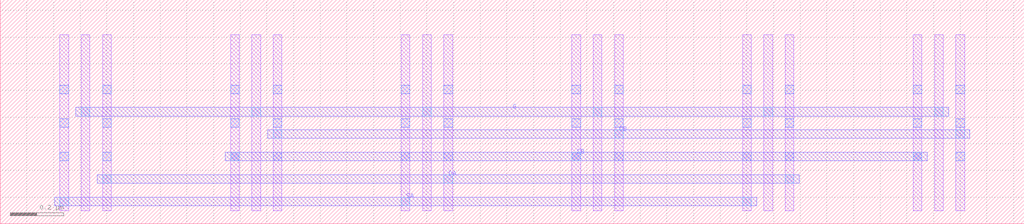
<source format=lef>
MACRO CMC_NMOS_n12_X3_Y1
  ORIGIN 0 0 ;
  FOREIGN CMC_NMOS_n12_X3_Y1 0 0 ;
  SIZE 3.8400 BY 0.8400 ;
  PIN SA
    DIRECTION INOUT ;
    USE SIGNAL ;
    PORT
      LAYER M2 ;
        RECT 0.2040 0.0680 2.8360 0.1000 ;
    END
  END SA
  PIN DA
    DIRECTION INOUT ;
    USE SIGNAL ;
    PORT
      LAYER M2 ;
        RECT 0.3640 0.1520 2.9960 0.1840 ;
    END
  END DA
  PIN SB
    DIRECTION INOUT ;
    USE SIGNAL ;
    PORT
      LAYER M2 ;
        RECT 0.8440 0.2360 3.4760 0.2680 ;
    END
  END SB
  PIN DB
    DIRECTION INOUT ;
    USE SIGNAL ;
    PORT
      LAYER M2 ;
        RECT 1.0040 0.3200 3.6360 0.3520 ;
    END
  END DB
  PIN G
    DIRECTION INOUT ;
    USE SIGNAL ;
    PORT
      LAYER M2 ;
        RECT 0.2840 0.4040 3.5560 0.4360 ;
    END
  END G
  OBS
    LAYER M1 ;
      RECT 0.3040 0.0480 0.3360 0.7080 ;
    LAYER M1 ;
      RECT 1.5840 0.0480 1.6160 0.7080 ;
    LAYER M1 ;
      RECT 2.8640 0.0480 2.8960 0.7080 ;
    LAYER M1 ;
      RECT 0.9440 0.0480 0.9760 0.7080 ;
    LAYER M1 ;
      RECT 2.2240 0.0480 2.2560 0.7080 ;
    LAYER M1 ;
      RECT 3.5040 0.0480 3.5360 0.7080 ;
    LAYER M1 ;
      RECT 0.2240 0.0480 0.2560 0.7080 ;
    LAYER M1 ;
      RECT 1.5040 0.0480 1.5360 0.7080 ;
    LAYER M1 ;
      RECT 2.7840 0.0480 2.8160 0.7080 ;
    LAYER M1 ;
      RECT 0.8640 0.0480 0.8960 0.7080 ;
    LAYER M1 ;
      RECT 2.1440 0.0480 2.1760 0.7080 ;
    LAYER M1 ;
      RECT 3.4240 0.0480 3.4560 0.7080 ;
    LAYER M1 ;
      RECT 0.3840 0.0480 0.4160 0.7080 ;
    LAYER M1 ;
      RECT 1.6640 0.0480 1.6960 0.7080 ;
    LAYER M1 ;
      RECT 2.9440 0.0480 2.9760 0.7080 ;
    LAYER M1 ;
      RECT 1.0240 0.0480 1.0560 0.7080 ;
    LAYER M1 ;
      RECT 2.3040 0.0480 2.3360 0.7080 ;
    LAYER M1 ;
      RECT 3.5840 0.0480 3.6160 0.7080 ;
    LAYER V1 ;
      RECT 0.2240 0.0680 0.2560 0.1000 ;
    LAYER V1 ;
      RECT 1.5040 0.0680 1.5360 0.1000 ;
    LAYER V1 ;
      RECT 2.7840 0.0680 2.8160 0.1000 ;
    LAYER V1 ;
      RECT 0.3840 0.1520 0.4160 0.1840 ;
    LAYER V1 ;
      RECT 1.6640 0.1520 1.6960 0.1840 ;
    LAYER V1 ;
      RECT 2.9440 0.1520 2.9760 0.1840 ;
    LAYER V1 ;
      RECT 0.8640 0.2360 0.8960 0.2680 ;
    LAYER V1 ;
      RECT 2.1440 0.2360 2.1760 0.2680 ;
    LAYER V1 ;
      RECT 3.4240 0.2360 3.4560 0.2680 ;
    LAYER V1 ;
      RECT 1.0240 0.3200 1.0560 0.3520 ;
    LAYER V1 ;
      RECT 2.3040 0.3200 2.3360 0.3520 ;
    LAYER V1 ;
      RECT 3.5840 0.3200 3.6160 0.3520 ;
    LAYER V1 ;
      RECT 0.3040 0.4040 0.3360 0.4360 ;
    LAYER V1 ;
      RECT 1.5840 0.4040 1.6160 0.4360 ;
    LAYER V1 ;
      RECT 2.8640 0.4040 2.8960 0.4360 ;
    LAYER V1 ;
      RECT 0.9440 0.4040 0.9760 0.4360 ;
    LAYER V1 ;
      RECT 2.2240 0.4040 2.2560 0.4360 ;
    LAYER V1 ;
      RECT 3.5040 0.4040 3.5360 0.4360 ;
    LAYER V0 ;
      RECT 0.2240 0.2360 0.2560 0.2680 ;
    LAYER V0 ;
      RECT 0.2240 0.3620 0.2560 0.3940 ;
    LAYER V0 ;
      RECT 0.2240 0.4880 0.2560 0.5200 ;
    LAYER V0 ;
      RECT 1.5040 0.2360 1.5360 0.2680 ;
    LAYER V0 ;
      RECT 1.5040 0.3620 1.5360 0.3940 ;
    LAYER V0 ;
      RECT 1.5040 0.4880 1.5360 0.5200 ;
    LAYER V0 ;
      RECT 2.7840 0.2360 2.8160 0.2680 ;
    LAYER V0 ;
      RECT 2.7840 0.3620 2.8160 0.3940 ;
    LAYER V0 ;
      RECT 2.7840 0.4880 2.8160 0.5200 ;
    LAYER V0 ;
      RECT 0.8640 0.2360 0.8960 0.2680 ;
    LAYER V0 ;
      RECT 0.8640 0.3620 0.8960 0.3940 ;
    LAYER V0 ;
      RECT 0.8640 0.4880 0.8960 0.5200 ;
    LAYER V0 ;
      RECT 2.1440 0.2360 2.1760 0.2680 ;
    LAYER V0 ;
      RECT 2.1440 0.3620 2.1760 0.3940 ;
    LAYER V0 ;
      RECT 2.1440 0.4880 2.1760 0.5200 ;
    LAYER V0 ;
      RECT 3.4240 0.2360 3.4560 0.2680 ;
    LAYER V0 ;
      RECT 3.4240 0.3620 3.4560 0.3940 ;
    LAYER V0 ;
      RECT 3.4240 0.4880 3.4560 0.5200 ;
    LAYER V0 ;
      RECT 0.3840 0.2360 0.4160 0.2680 ;
    LAYER V0 ;
      RECT 0.3840 0.3620 0.4160 0.3940 ;
    LAYER V0 ;
      RECT 0.3840 0.4880 0.4160 0.5200 ;
    LAYER V0 ;
      RECT 1.6640 0.2360 1.6960 0.2680 ;
    LAYER V0 ;
      RECT 1.6640 0.3620 1.6960 0.3940 ;
    LAYER V0 ;
      RECT 1.6640 0.4880 1.6960 0.5200 ;
    LAYER V0 ;
      RECT 2.9440 0.2360 2.9760 0.2680 ;
    LAYER V0 ;
      RECT 2.9440 0.3620 2.9760 0.3940 ;
    LAYER V0 ;
      RECT 2.9440 0.4880 2.9760 0.5200 ;
    LAYER V0 ;
      RECT 1.0240 0.2360 1.0560 0.2680 ;
    LAYER V0 ;
      RECT 1.0240 0.3620 1.0560 0.3940 ;
    LAYER V0 ;
      RECT 1.0240 0.4880 1.0560 0.5200 ;
    LAYER V0 ;
      RECT 2.3040 0.2360 2.3360 0.2680 ;
    LAYER V0 ;
      RECT 2.3040 0.3620 2.3360 0.3940 ;
    LAYER V0 ;
      RECT 2.3040 0.4880 2.3360 0.5200 ;
    LAYER V0 ;
      RECT 3.5840 0.2360 3.6160 0.2680 ;
    LAYER V0 ;
      RECT 3.5840 0.3620 3.6160 0.3940 ;
    LAYER V0 ;
      RECT 3.5840 0.4880 3.6160 0.5200 ;
  END
END CMC_NMOS_n12_X3_Y1

</source>
